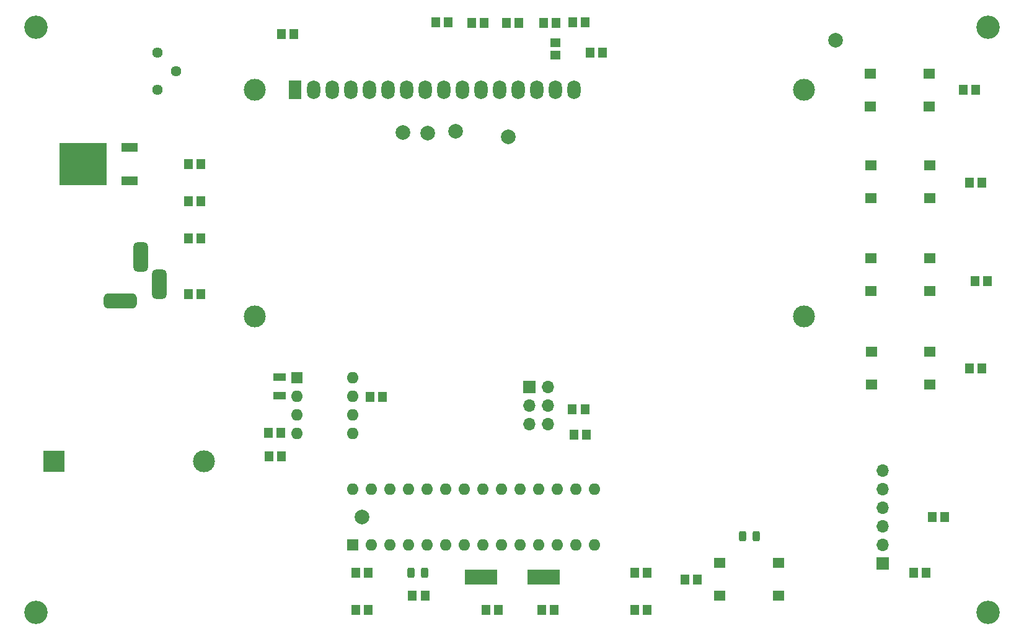
<source format=gbr>
%TF.GenerationSoftware,KiCad,Pcbnew,(6.0.5)*%
%TF.CreationDate,2022-07-21T20:49:42-04:00*%
%TF.ProjectId,Kyamaries-HPS-Clock,4b79616d-6172-4696-9573-2d4850532d43,rev?*%
%TF.SameCoordinates,PX4cdb1d4PY8a63396*%
%TF.FileFunction,Soldermask,Top*%
%TF.FilePolarity,Negative*%
%FSLAX46Y46*%
G04 Gerber Fmt 4.6, Leading zero omitted, Abs format (unit mm)*
G04 Created by KiCad (PCBNEW (6.0.5)) date 2022-07-21 20:49:42*
%MOMM*%
%LPD*%
G01*
G04 APERTURE LIST*
G04 Aperture macros list*
%AMRoundRect*
0 Rectangle with rounded corners*
0 $1 Rounding radius*
0 $2 $3 $4 $5 $6 $7 $8 $9 X,Y pos of 4 corners*
0 Add a 4 corners polygon primitive as box body*
4,1,4,$2,$3,$4,$5,$6,$7,$8,$9,$2,$3,0*
0 Add four circle primitives for the rounded corners*
1,1,$1+$1,$2,$3*
1,1,$1+$1,$4,$5*
1,1,$1+$1,$6,$7*
1,1,$1+$1,$8,$9*
0 Add four rect primitives between the rounded corners*
20,1,$1+$1,$2,$3,$4,$5,0*
20,1,$1+$1,$4,$5,$6,$7,0*
20,1,$1+$1,$6,$7,$8,$9,0*
20,1,$1+$1,$8,$9,$2,$3,0*%
G04 Aperture macros list end*
%ADD10C,3.200000*%
%ADD11C,1.440000*%
%ADD12R,1.150000X1.400000*%
%ADD13C,2.000000*%
%ADD14R,1.600000X1.400000*%
%ADD15C,3.000000*%
%ADD16R,1.800000X2.600000*%
%ADD17O,1.800000X2.600000*%
%ADD18R,1.700000X1.700000*%
%ADD19O,1.700000X1.700000*%
%ADD20RoundRect,0.500000X1.750000X0.500000X-1.750000X0.500000X-1.750000X-0.500000X1.750000X-0.500000X0*%
%ADD21RoundRect,0.500000X0.500000X-1.500000X0.500000X1.500000X-0.500000X1.500000X-0.500000X-1.500000X0*%
%ADD22RoundRect,0.243750X0.243750X0.456250X-0.243750X0.456250X-0.243750X-0.456250X0.243750X-0.456250X0*%
%ADD23R,1.600000X1.600000*%
%ADD24O,1.600000X1.600000*%
%ADD25R,1.400000X1.150000*%
%ADD26RoundRect,0.243750X-0.243750X-0.456250X0.243750X-0.456250X0.243750X0.456250X-0.243750X0.456250X0*%
%ADD27R,2.200000X1.200000*%
%ADD28R,6.400000X5.800000*%
%ADD29R,1.800000X1.000000*%
%ADD30R,4.500000X2.000000*%
%ADD31R,3.000000X3.000000*%
G04 APERTURE END LIST*
D10*
%TO.C,H4*%
X134410732Y5109910D03*
%TD*%
D11*
%TO.C,RV1*%
X21010732Y76529910D03*
X23550732Y79069910D03*
X21010732Y81609910D03*
%TD*%
D12*
%TO.C,R13*%
X93054905Y9561456D03*
X94754905Y9561456D03*
%TD*%
%TO.C,C9*%
X25240732Y61289910D03*
X26940732Y61289910D03*
%TD*%
%TO.C,R15*%
X73718517Y85674410D03*
X75418517Y85674410D03*
%TD*%
D13*
%TO.C,TP2*%
X113578740Y83329643D03*
%TD*%
D12*
%TO.C,C1*%
X48100732Y10489910D03*
X49800732Y10489910D03*
%TD*%
%TO.C,R18*%
X58966402Y85731722D03*
X60666402Y85731722D03*
%TD*%
D14*
%TO.C,SW4*%
X118494319Y40701435D03*
X126494319Y40701435D03*
X118494319Y36201435D03*
X126494319Y36201435D03*
%TD*%
D15*
%TO.C,DS1*%
X34311632Y76529910D03*
X109310212Y45529210D03*
X34311632Y45529210D03*
X109310732Y76529910D03*
D16*
X39810732Y76529910D03*
D17*
X42350732Y76529910D03*
X44890732Y76529910D03*
X47430732Y76529910D03*
X49970732Y76529910D03*
X52510732Y76529910D03*
X55050732Y76529910D03*
X57590732Y76529910D03*
X60130732Y76529910D03*
X62670732Y76529910D03*
X65210732Y76529910D03*
X67750732Y76529910D03*
X70290732Y76529910D03*
X72830732Y76529910D03*
X75370732Y76529910D03*
X77910732Y76529910D03*
%TD*%
D12*
%TO.C,C3*%
X124300732Y10489910D03*
X126000732Y10489910D03*
%TD*%
D18*
%TO.C,J1*%
X120070732Y11759910D03*
D19*
X120070732Y14299910D03*
X120070732Y16839910D03*
X120070732Y19379910D03*
X120070732Y21919910D03*
X120070732Y24459910D03*
%TD*%
D18*
%TO.C,J3*%
X71810732Y35889910D03*
D19*
X74350732Y35889910D03*
X71810732Y33349910D03*
X74350732Y33349910D03*
X71810732Y30809910D03*
X74350732Y30809910D03*
%TD*%
D12*
%TO.C,R6*%
X55819948Y7389407D03*
X57519948Y7389407D03*
%TD*%
D14*
%TO.C,SW2*%
X118442738Y66182361D03*
X126442738Y66182361D03*
X118442738Y61682361D03*
X126442738Y61682361D03*
%TD*%
D12*
%TO.C,R11*%
X134372485Y50395442D03*
X132672485Y50395442D03*
%TD*%
D14*
%TO.C,SW3*%
X118468529Y53493479D03*
X126468529Y53493479D03*
X118468529Y48993479D03*
X126468529Y48993479D03*
%TD*%
D12*
%TO.C,C12*%
X79421051Y85722415D03*
X77721051Y85722415D03*
%TD*%
D10*
%TO.C,H2*%
X134410732Y85109910D03*
%TD*%
D20*
%TO.C,J2*%
X15930732Y47629910D03*
D21*
X21230732Y49929910D03*
X18730732Y53629910D03*
%TD*%
D12*
%TO.C,R8*%
X131070732Y76529910D03*
X132770732Y76529910D03*
%TD*%
%TO.C,R2*%
X87900732Y10489910D03*
X86200732Y10489910D03*
%TD*%
D10*
%TO.C,H3*%
X4410732Y5109910D03*
%TD*%
D22*
%TO.C,D2*%
X102785852Y15476057D03*
X100910852Y15476057D03*
%TD*%
D12*
%TO.C,R17*%
X63908480Y85674410D03*
X65608480Y85674410D03*
%TD*%
D23*
%TO.C,U3*%
X40033426Y37166191D03*
D24*
X40033426Y34626191D03*
X40033426Y32086191D03*
X40033426Y29546191D03*
X47653426Y29546191D03*
X47653426Y32086191D03*
X47653426Y34626191D03*
X47653426Y37166191D03*
%TD*%
D25*
%TO.C,R14*%
X75313574Y82959602D03*
X75313574Y81259602D03*
%TD*%
D12*
%TO.C,C6*%
X73500732Y5409910D03*
X75200732Y5409910D03*
%TD*%
%TO.C,C4*%
X48100732Y5409910D03*
X49800732Y5409910D03*
%TD*%
D10*
%TO.C,H1*%
X4410732Y85109910D03*
%TD*%
D26*
%TO.C,D1*%
X55633232Y10489910D03*
X57508232Y10489910D03*
%TD*%
D12*
%TO.C,C7*%
X65880732Y5409910D03*
X67580732Y5409910D03*
%TD*%
%TO.C,C8*%
X25240732Y48589910D03*
X26940732Y48589910D03*
%TD*%
%TO.C,C13*%
X80042188Y81605257D03*
X81742188Y81605257D03*
%TD*%
D23*
%TO.C,U1*%
X47690732Y14309910D03*
D24*
X50230732Y14309910D03*
X52770732Y14309910D03*
X55310732Y14309910D03*
X57850732Y14309910D03*
X60390732Y14309910D03*
X62930732Y14309910D03*
X65470732Y14309910D03*
X68010732Y14309910D03*
X70550732Y14309910D03*
X73090732Y14309910D03*
X75630732Y14309910D03*
X78170732Y14309910D03*
X80710732Y14309910D03*
X80710732Y21929910D03*
X78170732Y21929910D03*
X75630732Y21929910D03*
X73090732Y21929910D03*
X70550732Y21929910D03*
X68010732Y21929910D03*
X65470732Y21929910D03*
X62930732Y21929910D03*
X60390732Y21929910D03*
X57850732Y21929910D03*
X55310732Y21929910D03*
X52770732Y21929910D03*
X50230732Y21929910D03*
X47690732Y21929910D03*
%TD*%
D14*
%TO.C,SW5*%
X97813964Y11863037D03*
X105813964Y11863037D03*
X97813964Y7363037D03*
X105813964Y7363037D03*
%TD*%
D27*
%TO.C,U2*%
X17150732Y64089910D03*
D28*
X10850732Y66369910D03*
D27*
X17150732Y68649910D03*
%TD*%
D12*
%TO.C,C10*%
X36229590Y26414771D03*
X37929590Y26414771D03*
%TD*%
%TO.C,C2*%
X25240732Y56209910D03*
X26940732Y56209910D03*
%TD*%
%TO.C,C11*%
X50045435Y34550493D03*
X51745435Y34550493D03*
%TD*%
%TO.C,R1*%
X126840732Y18109910D03*
X128540732Y18109910D03*
%TD*%
%TO.C,R5*%
X86200732Y5409910D03*
X87900732Y5409910D03*
%TD*%
%TO.C,R3*%
X77669413Y32810536D03*
X79369413Y32810536D03*
%TD*%
D14*
%TO.C,SW1*%
X118378618Y78728330D03*
X126378618Y78728330D03*
X118378618Y74228330D03*
X126378618Y74228330D03*
%TD*%
D12*
%TO.C,R10*%
X131920732Y63829910D03*
X133620732Y63829910D03*
%TD*%
%TO.C,R9*%
X39640732Y84149910D03*
X37940732Y84149910D03*
%TD*%
%TO.C,R16*%
X68686521Y85640023D03*
X70386521Y85640023D03*
%TD*%
D29*
%TO.C,Y2*%
X37623795Y37214547D03*
X37623795Y34714547D03*
%TD*%
D30*
%TO.C,Y1*%
X65220842Y9862204D03*
X73720842Y9862204D03*
%TD*%
D12*
%TO.C,R7*%
X36105570Y29614491D03*
X37805570Y29614491D03*
%TD*%
%TO.C,R4*%
X77899766Y29326948D03*
X79599766Y29326948D03*
%TD*%
%TO.C,C5*%
X25240732Y66369910D03*
X26940732Y66369910D03*
%TD*%
%TO.C,R12*%
X131920732Y38429910D03*
X133620732Y38429910D03*
%TD*%
D13*
%TO.C,TP1*%
X48950732Y18109910D03*
%TD*%
%TO.C,TP3*%
X54507499Y70693392D03*
%TD*%
%TO.C,TP4*%
X57885331Y70624617D03*
%TD*%
%TO.C,TP6*%
X68910377Y70082663D03*
%TD*%
%TO.C,TP5*%
X61735622Y70830941D03*
%TD*%
D31*
%TO.C,BT1*%
X6857046Y25729926D03*
D15*
X27347046Y25729926D03*
%TD*%
M02*

</source>
